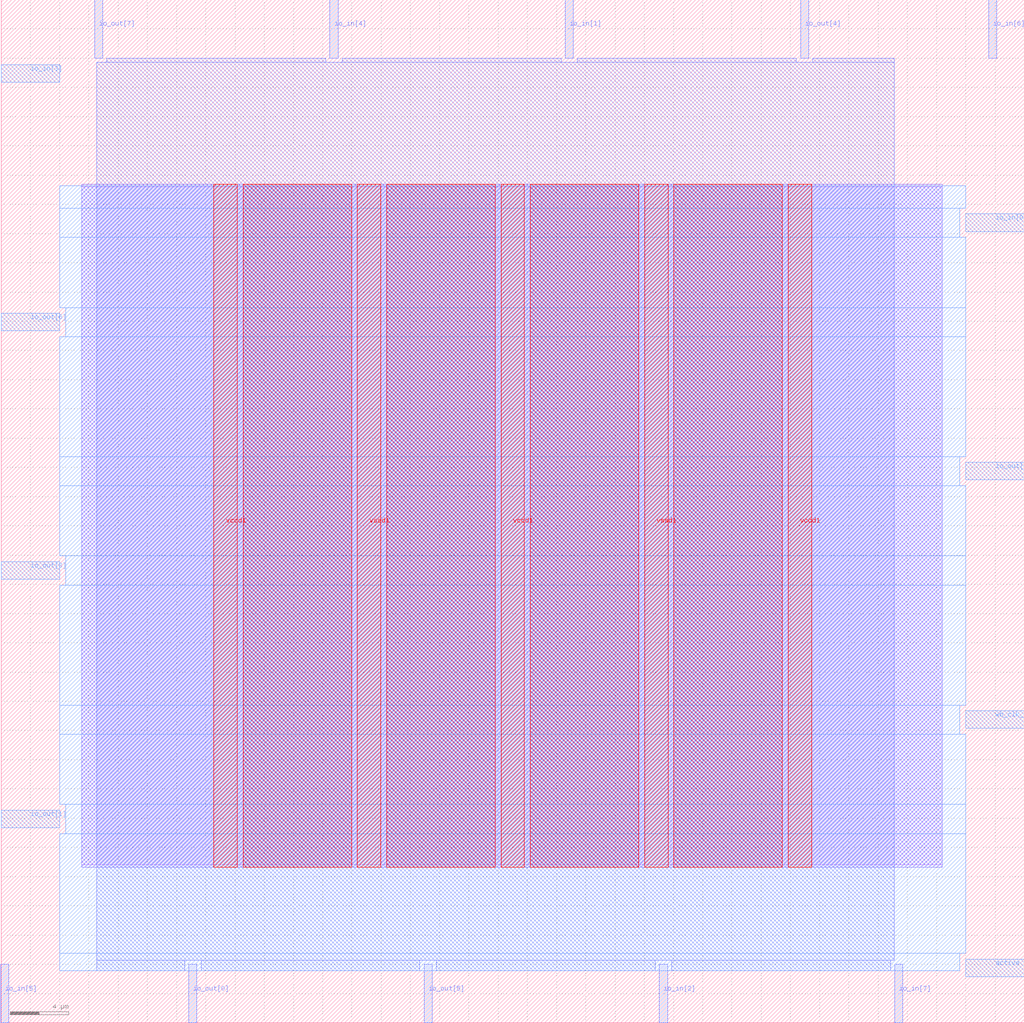
<source format=lef>
VERSION 5.7 ;
  NOWIREEXTENSIONATPIN ON ;
  DIVIDERCHAR "/" ;
  BUSBITCHARS "[]" ;
MACRO wrapped_icestudio_test
  CLASS BLOCK ;
  FOREIGN wrapped_icestudio_test ;
  ORIGIN 0.000 0.000 ;
  SIZE 70.000 BY 70.000 ;
  PIN active
    DIRECTION INPUT ;
    USE SIGNAL ;
    PORT
      LAYER met3 ;
        RECT 66.000 3.140 70.000 4.340 ;
    END
  END active
  PIN io_in[0]
    DIRECTION INPUT ;
    USE SIGNAL ;
    PORT
      LAYER met3 ;
        RECT 66.000 54.140 70.000 55.340 ;
    END
  END io_in[0]
  PIN io_in[1]
    DIRECTION INPUT ;
    USE SIGNAL ;
    PORT
      LAYER met2 ;
        RECT 38.590 66.000 39.150 70.000 ;
    END
  END io_in[1]
  PIN io_in[2]
    DIRECTION INPUT ;
    USE SIGNAL ;
    PORT
      LAYER met2 ;
        RECT 45.030 0.000 45.590 4.000 ;
    END
  END io_in[2]
  PIN io_in[3]
    DIRECTION INPUT ;
    USE SIGNAL ;
    PORT
      LAYER met3 ;
        RECT 0.000 64.340 4.000 65.540 ;
    END
  END io_in[3]
  PIN io_in[4]
    DIRECTION INPUT ;
    USE SIGNAL ;
    PORT
      LAYER met2 ;
        RECT 22.490 66.000 23.050 70.000 ;
    END
  END io_in[4]
  PIN io_in[5]
    DIRECTION INPUT ;
    USE SIGNAL ;
    PORT
      LAYER met2 ;
        RECT -0.050 0.000 0.510 4.000 ;
    END
  END io_in[5]
  PIN io_in[6]
    DIRECTION INPUT ;
    USE SIGNAL ;
    PORT
      LAYER met2 ;
        RECT 67.570 66.000 68.130 70.000 ;
    END
  END io_in[6]
  PIN io_in[7]
    DIRECTION INPUT ;
    USE SIGNAL ;
    PORT
      LAYER met2 ;
        RECT 61.130 0.000 61.690 4.000 ;
    END
  END io_in[7]
  PIN io_out[0]
    DIRECTION INOUT ;
    USE SIGNAL ;
    PORT
      LAYER met2 ;
        RECT 12.830 0.000 13.390 4.000 ;
    END
  END io_out[0]
  PIN io_out[1]
    DIRECTION INOUT ;
    USE SIGNAL ;
    PORT
      LAYER met3 ;
        RECT 0.000 13.340 4.000 14.540 ;
    END
  END io_out[1]
  PIN io_out[2]
    DIRECTION INOUT ;
    USE SIGNAL ;
    PORT
      LAYER met3 ;
        RECT 66.000 37.140 70.000 38.340 ;
    END
  END io_out[2]
  PIN io_out[3]
    DIRECTION INOUT ;
    USE SIGNAL ;
    PORT
      LAYER met3 ;
        RECT 0.000 30.340 4.000 31.540 ;
    END
  END io_out[3]
  PIN io_out[4]
    DIRECTION INOUT ;
    USE SIGNAL ;
    PORT
      LAYER met2 ;
        RECT 54.690 66.000 55.250 70.000 ;
    END
  END io_out[4]
  PIN io_out[5]
    DIRECTION INOUT ;
    USE SIGNAL ;
    PORT
      LAYER met2 ;
        RECT 28.930 0.000 29.490 4.000 ;
    END
  END io_out[5]
  PIN io_out[6]
    DIRECTION INOUT ;
    USE SIGNAL ;
    PORT
      LAYER met3 ;
        RECT 0.000 47.340 4.000 48.540 ;
    END
  END io_out[6]
  PIN io_out[7]
    DIRECTION INOUT ;
    USE SIGNAL ;
    PORT
      LAYER met2 ;
        RECT 6.390 66.000 6.950 70.000 ;
    END
  END io_out[7]
  PIN vccd1
    DIRECTION INPUT ;
    USE POWER ;
    PORT
      LAYER met4 ;
        RECT 14.550 10.640 16.150 57.360 ;
    END
    PORT
      LAYER met4 ;
        RECT 34.200 10.640 35.800 57.360 ;
    END
    PORT
      LAYER met4 ;
        RECT 53.855 10.640 55.455 57.360 ;
    END
  END vccd1
  PIN vssd1
    DIRECTION INPUT ;
    USE GROUND ;
    PORT
      LAYER met4 ;
        RECT 24.370 10.640 25.970 57.360 ;
    END
    PORT
      LAYER met4 ;
        RECT 44.025 10.640 45.625 57.360 ;
    END
  END vssd1
  PIN wb_clk_i
    DIRECTION INPUT ;
    USE SIGNAL ;
    PORT
      LAYER met3 ;
        RECT 66.000 20.140 70.000 21.340 ;
    END
  END wb_clk_i
  OBS
      LAYER li1 ;
        RECT 5.520 10.795 64.400 57.205 ;
      LAYER met1 ;
        RECT 5.520 10.640 64.400 57.360 ;
      LAYER met2 ;
        RECT 7.230 65.720 22.210 66.000 ;
        RECT 23.330 65.720 38.310 66.000 ;
        RECT 39.430 65.720 54.410 66.000 ;
        RECT 55.530 65.720 61.090 66.000 ;
        RECT 6.540 4.280 61.090 65.720 ;
        RECT 6.540 3.555 12.550 4.280 ;
        RECT 13.670 3.555 28.650 4.280 ;
        RECT 29.770 3.555 44.750 4.280 ;
        RECT 45.870 3.555 60.850 4.280 ;
      LAYER met3 ;
        RECT 4.000 55.740 66.000 57.285 ;
        RECT 4.000 53.740 65.600 55.740 ;
        RECT 4.000 48.940 66.000 53.740 ;
        RECT 4.400 46.940 66.000 48.940 ;
        RECT 4.000 38.740 66.000 46.940 ;
        RECT 4.000 36.740 65.600 38.740 ;
        RECT 4.000 31.940 66.000 36.740 ;
        RECT 4.400 29.940 66.000 31.940 ;
        RECT 4.000 21.740 66.000 29.940 ;
        RECT 4.000 19.740 65.600 21.740 ;
        RECT 4.000 14.940 66.000 19.740 ;
        RECT 4.400 12.940 66.000 14.940 ;
        RECT 4.000 4.740 66.000 12.940 ;
        RECT 4.000 3.575 65.600 4.740 ;
      LAYER met4 ;
        RECT 16.550 10.640 23.970 57.360 ;
        RECT 26.370 10.640 33.800 57.360 ;
        RECT 36.200 10.640 43.625 57.360 ;
        RECT 46.025 10.640 53.455 57.360 ;
  END
END wrapped_icestudio_test
END LIBRARY


</source>
